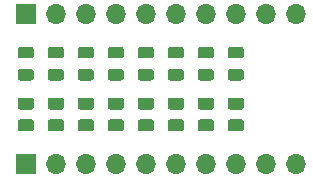
<source format=gbr>
G04 #@! TF.GenerationSoftware,KiCad,Pcbnew,(5.1.9-0-10_14)*
G04 #@! TF.CreationDate,2021-04-08T15:49:56-05:00*
G04 #@! TF.ProjectId,LED Helper,4c454420-4865-46c7-9065-722e6b696361,1*
G04 #@! TF.SameCoordinates,Original*
G04 #@! TF.FileFunction,Soldermask,Top*
G04 #@! TF.FilePolarity,Negative*
%FSLAX46Y46*%
G04 Gerber Fmt 4.6, Leading zero omitted, Abs format (unit mm)*
G04 Created by KiCad (PCBNEW (5.1.9-0-10_14)) date 2021-04-08 15:49:56*
%MOMM*%
%LPD*%
G01*
G04 APERTURE LIST*
%ADD10R,1.700000X1.700000*%
%ADD11O,1.700000X1.700000*%
G04 APERTURE END LIST*
G36*
G01*
X124916250Y-84404500D02*
X124003750Y-84404500D01*
G75*
G02*
X123760000Y-84160750I0J243750D01*
G01*
X123760000Y-83673250D01*
G75*
G02*
X124003750Y-83429500I243750J0D01*
G01*
X124916250Y-83429500D01*
G75*
G02*
X125160000Y-83673250I0J-243750D01*
G01*
X125160000Y-84160750D01*
G75*
G02*
X124916250Y-84404500I-243750J0D01*
G01*
G37*
G36*
G01*
X124916250Y-82529500D02*
X124003750Y-82529500D01*
G75*
G02*
X123760000Y-82285750I0J243750D01*
G01*
X123760000Y-81798250D01*
G75*
G02*
X124003750Y-81554500I243750J0D01*
G01*
X124916250Y-81554500D01*
G75*
G02*
X125160000Y-81798250I0J-243750D01*
G01*
X125160000Y-82285750D01*
G75*
G02*
X124916250Y-82529500I-243750J0D01*
G01*
G37*
G36*
G01*
X127456250Y-82529500D02*
X126543750Y-82529500D01*
G75*
G02*
X126300000Y-82285750I0J243750D01*
G01*
X126300000Y-81798250D01*
G75*
G02*
X126543750Y-81554500I243750J0D01*
G01*
X127456250Y-81554500D01*
G75*
G02*
X127700000Y-81798250I0J-243750D01*
G01*
X127700000Y-82285750D01*
G75*
G02*
X127456250Y-82529500I-243750J0D01*
G01*
G37*
G36*
G01*
X127456250Y-84404500D02*
X126543750Y-84404500D01*
G75*
G02*
X126300000Y-84160750I0J243750D01*
G01*
X126300000Y-83673250D01*
G75*
G02*
X126543750Y-83429500I243750J0D01*
G01*
X127456250Y-83429500D01*
G75*
G02*
X127700000Y-83673250I0J-243750D01*
G01*
X127700000Y-84160750D01*
G75*
G02*
X127456250Y-84404500I-243750J0D01*
G01*
G37*
G36*
G01*
X129996250Y-84404500D02*
X129083750Y-84404500D01*
G75*
G02*
X128840000Y-84160750I0J243750D01*
G01*
X128840000Y-83673250D01*
G75*
G02*
X129083750Y-83429500I243750J0D01*
G01*
X129996250Y-83429500D01*
G75*
G02*
X130240000Y-83673250I0J-243750D01*
G01*
X130240000Y-84160750D01*
G75*
G02*
X129996250Y-84404500I-243750J0D01*
G01*
G37*
G36*
G01*
X129996250Y-82529500D02*
X129083750Y-82529500D01*
G75*
G02*
X128840000Y-82285750I0J243750D01*
G01*
X128840000Y-81798250D01*
G75*
G02*
X129083750Y-81554500I243750J0D01*
G01*
X129996250Y-81554500D01*
G75*
G02*
X130240000Y-81798250I0J-243750D01*
G01*
X130240000Y-82285750D01*
G75*
G02*
X129996250Y-82529500I-243750J0D01*
G01*
G37*
G36*
G01*
X132536250Y-82529500D02*
X131623750Y-82529500D01*
G75*
G02*
X131380000Y-82285750I0J243750D01*
G01*
X131380000Y-81798250D01*
G75*
G02*
X131623750Y-81554500I243750J0D01*
G01*
X132536250Y-81554500D01*
G75*
G02*
X132780000Y-81798250I0J-243750D01*
G01*
X132780000Y-82285750D01*
G75*
G02*
X132536250Y-82529500I-243750J0D01*
G01*
G37*
G36*
G01*
X132536250Y-84404500D02*
X131623750Y-84404500D01*
G75*
G02*
X131380000Y-84160750I0J243750D01*
G01*
X131380000Y-83673250D01*
G75*
G02*
X131623750Y-83429500I243750J0D01*
G01*
X132536250Y-83429500D01*
G75*
G02*
X132780000Y-83673250I0J-243750D01*
G01*
X132780000Y-84160750D01*
G75*
G02*
X132536250Y-84404500I-243750J0D01*
G01*
G37*
G36*
G01*
X135076250Y-84404500D02*
X134163750Y-84404500D01*
G75*
G02*
X133920000Y-84160750I0J243750D01*
G01*
X133920000Y-83673250D01*
G75*
G02*
X134163750Y-83429500I243750J0D01*
G01*
X135076250Y-83429500D01*
G75*
G02*
X135320000Y-83673250I0J-243750D01*
G01*
X135320000Y-84160750D01*
G75*
G02*
X135076250Y-84404500I-243750J0D01*
G01*
G37*
G36*
G01*
X135076250Y-82529500D02*
X134163750Y-82529500D01*
G75*
G02*
X133920000Y-82285750I0J243750D01*
G01*
X133920000Y-81798250D01*
G75*
G02*
X134163750Y-81554500I243750J0D01*
G01*
X135076250Y-81554500D01*
G75*
G02*
X135320000Y-81798250I0J-243750D01*
G01*
X135320000Y-82285750D01*
G75*
G02*
X135076250Y-82529500I-243750J0D01*
G01*
G37*
G36*
G01*
X137616250Y-82529500D02*
X136703750Y-82529500D01*
G75*
G02*
X136460000Y-82285750I0J243750D01*
G01*
X136460000Y-81798250D01*
G75*
G02*
X136703750Y-81554500I243750J0D01*
G01*
X137616250Y-81554500D01*
G75*
G02*
X137860000Y-81798250I0J-243750D01*
G01*
X137860000Y-82285750D01*
G75*
G02*
X137616250Y-82529500I-243750J0D01*
G01*
G37*
G36*
G01*
X137616250Y-84404500D02*
X136703750Y-84404500D01*
G75*
G02*
X136460000Y-84160750I0J243750D01*
G01*
X136460000Y-83673250D01*
G75*
G02*
X136703750Y-83429500I243750J0D01*
G01*
X137616250Y-83429500D01*
G75*
G02*
X137860000Y-83673250I0J-243750D01*
G01*
X137860000Y-84160750D01*
G75*
G02*
X137616250Y-84404500I-243750J0D01*
G01*
G37*
G36*
G01*
X140156250Y-84404500D02*
X139243750Y-84404500D01*
G75*
G02*
X139000000Y-84160750I0J243750D01*
G01*
X139000000Y-83673250D01*
G75*
G02*
X139243750Y-83429500I243750J0D01*
G01*
X140156250Y-83429500D01*
G75*
G02*
X140400000Y-83673250I0J-243750D01*
G01*
X140400000Y-84160750D01*
G75*
G02*
X140156250Y-84404500I-243750J0D01*
G01*
G37*
G36*
G01*
X140156250Y-82529500D02*
X139243750Y-82529500D01*
G75*
G02*
X139000000Y-82285750I0J243750D01*
G01*
X139000000Y-81798250D01*
G75*
G02*
X139243750Y-81554500I243750J0D01*
G01*
X140156250Y-81554500D01*
G75*
G02*
X140400000Y-81798250I0J-243750D01*
G01*
X140400000Y-82285750D01*
G75*
G02*
X140156250Y-82529500I-243750J0D01*
G01*
G37*
G36*
G01*
X142696250Y-82529500D02*
X141783750Y-82529500D01*
G75*
G02*
X141540000Y-82285750I0J243750D01*
G01*
X141540000Y-81798250D01*
G75*
G02*
X141783750Y-81554500I243750J0D01*
G01*
X142696250Y-81554500D01*
G75*
G02*
X142940000Y-81798250I0J-243750D01*
G01*
X142940000Y-82285750D01*
G75*
G02*
X142696250Y-82529500I-243750J0D01*
G01*
G37*
G36*
G01*
X142696250Y-84404500D02*
X141783750Y-84404500D01*
G75*
G02*
X141540000Y-84160750I0J243750D01*
G01*
X141540000Y-83673250D01*
G75*
G02*
X141783750Y-83429500I243750J0D01*
G01*
X142696250Y-83429500D01*
G75*
G02*
X142940000Y-83673250I0J-243750D01*
G01*
X142940000Y-84160750D01*
G75*
G02*
X142696250Y-84404500I-243750J0D01*
G01*
G37*
D10*
X124460000Y-78740000D03*
D11*
X127000000Y-78740000D03*
X129540000Y-78740000D03*
X132080000Y-78740000D03*
X134620000Y-78740000D03*
X137160000Y-78740000D03*
X139700000Y-78740000D03*
X142240000Y-78740000D03*
X144780000Y-78740000D03*
X147320000Y-78740000D03*
X147320000Y-91440000D03*
X144780000Y-91440000D03*
X142240000Y-91440000D03*
X139700000Y-91440000D03*
X137160000Y-91440000D03*
X134620000Y-91440000D03*
X132080000Y-91440000D03*
X129540000Y-91440000D03*
X127000000Y-91440000D03*
D10*
X124460000Y-91440000D03*
G36*
G01*
X124009999Y-85847500D02*
X124910001Y-85847500D01*
G75*
G02*
X125160000Y-86097499I0J-249999D01*
G01*
X125160000Y-86622501D01*
G75*
G02*
X124910001Y-86872500I-249999J0D01*
G01*
X124009999Y-86872500D01*
G75*
G02*
X123760000Y-86622501I0J249999D01*
G01*
X123760000Y-86097499D01*
G75*
G02*
X124009999Y-85847500I249999J0D01*
G01*
G37*
G36*
G01*
X124009999Y-87672500D02*
X124910001Y-87672500D01*
G75*
G02*
X125160000Y-87922499I0J-249999D01*
G01*
X125160000Y-88447501D01*
G75*
G02*
X124910001Y-88697500I-249999J0D01*
G01*
X124009999Y-88697500D01*
G75*
G02*
X123760000Y-88447501I0J249999D01*
G01*
X123760000Y-87922499D01*
G75*
G02*
X124009999Y-87672500I249999J0D01*
G01*
G37*
G36*
G01*
X126549999Y-87672500D02*
X127450001Y-87672500D01*
G75*
G02*
X127700000Y-87922499I0J-249999D01*
G01*
X127700000Y-88447501D01*
G75*
G02*
X127450001Y-88697500I-249999J0D01*
G01*
X126549999Y-88697500D01*
G75*
G02*
X126300000Y-88447501I0J249999D01*
G01*
X126300000Y-87922499D01*
G75*
G02*
X126549999Y-87672500I249999J0D01*
G01*
G37*
G36*
G01*
X126549999Y-85847500D02*
X127450001Y-85847500D01*
G75*
G02*
X127700000Y-86097499I0J-249999D01*
G01*
X127700000Y-86622501D01*
G75*
G02*
X127450001Y-86872500I-249999J0D01*
G01*
X126549999Y-86872500D01*
G75*
G02*
X126300000Y-86622501I0J249999D01*
G01*
X126300000Y-86097499D01*
G75*
G02*
X126549999Y-85847500I249999J0D01*
G01*
G37*
G36*
G01*
X129089999Y-85847500D02*
X129990001Y-85847500D01*
G75*
G02*
X130240000Y-86097499I0J-249999D01*
G01*
X130240000Y-86622501D01*
G75*
G02*
X129990001Y-86872500I-249999J0D01*
G01*
X129089999Y-86872500D01*
G75*
G02*
X128840000Y-86622501I0J249999D01*
G01*
X128840000Y-86097499D01*
G75*
G02*
X129089999Y-85847500I249999J0D01*
G01*
G37*
G36*
G01*
X129089999Y-87672500D02*
X129990001Y-87672500D01*
G75*
G02*
X130240000Y-87922499I0J-249999D01*
G01*
X130240000Y-88447501D01*
G75*
G02*
X129990001Y-88697500I-249999J0D01*
G01*
X129089999Y-88697500D01*
G75*
G02*
X128840000Y-88447501I0J249999D01*
G01*
X128840000Y-87922499D01*
G75*
G02*
X129089999Y-87672500I249999J0D01*
G01*
G37*
G36*
G01*
X131629999Y-87672500D02*
X132530001Y-87672500D01*
G75*
G02*
X132780000Y-87922499I0J-249999D01*
G01*
X132780000Y-88447501D01*
G75*
G02*
X132530001Y-88697500I-249999J0D01*
G01*
X131629999Y-88697500D01*
G75*
G02*
X131380000Y-88447501I0J249999D01*
G01*
X131380000Y-87922499D01*
G75*
G02*
X131629999Y-87672500I249999J0D01*
G01*
G37*
G36*
G01*
X131629999Y-85847500D02*
X132530001Y-85847500D01*
G75*
G02*
X132780000Y-86097499I0J-249999D01*
G01*
X132780000Y-86622501D01*
G75*
G02*
X132530001Y-86872500I-249999J0D01*
G01*
X131629999Y-86872500D01*
G75*
G02*
X131380000Y-86622501I0J249999D01*
G01*
X131380000Y-86097499D01*
G75*
G02*
X131629999Y-85847500I249999J0D01*
G01*
G37*
G36*
G01*
X134169999Y-85847500D02*
X135070001Y-85847500D01*
G75*
G02*
X135320000Y-86097499I0J-249999D01*
G01*
X135320000Y-86622501D01*
G75*
G02*
X135070001Y-86872500I-249999J0D01*
G01*
X134169999Y-86872500D01*
G75*
G02*
X133920000Y-86622501I0J249999D01*
G01*
X133920000Y-86097499D01*
G75*
G02*
X134169999Y-85847500I249999J0D01*
G01*
G37*
G36*
G01*
X134169999Y-87672500D02*
X135070001Y-87672500D01*
G75*
G02*
X135320000Y-87922499I0J-249999D01*
G01*
X135320000Y-88447501D01*
G75*
G02*
X135070001Y-88697500I-249999J0D01*
G01*
X134169999Y-88697500D01*
G75*
G02*
X133920000Y-88447501I0J249999D01*
G01*
X133920000Y-87922499D01*
G75*
G02*
X134169999Y-87672500I249999J0D01*
G01*
G37*
G36*
G01*
X136709999Y-87672500D02*
X137610001Y-87672500D01*
G75*
G02*
X137860000Y-87922499I0J-249999D01*
G01*
X137860000Y-88447501D01*
G75*
G02*
X137610001Y-88697500I-249999J0D01*
G01*
X136709999Y-88697500D01*
G75*
G02*
X136460000Y-88447501I0J249999D01*
G01*
X136460000Y-87922499D01*
G75*
G02*
X136709999Y-87672500I249999J0D01*
G01*
G37*
G36*
G01*
X136709999Y-85847500D02*
X137610001Y-85847500D01*
G75*
G02*
X137860000Y-86097499I0J-249999D01*
G01*
X137860000Y-86622501D01*
G75*
G02*
X137610001Y-86872500I-249999J0D01*
G01*
X136709999Y-86872500D01*
G75*
G02*
X136460000Y-86622501I0J249999D01*
G01*
X136460000Y-86097499D01*
G75*
G02*
X136709999Y-85847500I249999J0D01*
G01*
G37*
G36*
G01*
X139249999Y-85847500D02*
X140150001Y-85847500D01*
G75*
G02*
X140400000Y-86097499I0J-249999D01*
G01*
X140400000Y-86622501D01*
G75*
G02*
X140150001Y-86872500I-249999J0D01*
G01*
X139249999Y-86872500D01*
G75*
G02*
X139000000Y-86622501I0J249999D01*
G01*
X139000000Y-86097499D01*
G75*
G02*
X139249999Y-85847500I249999J0D01*
G01*
G37*
G36*
G01*
X139249999Y-87672500D02*
X140150001Y-87672500D01*
G75*
G02*
X140400000Y-87922499I0J-249999D01*
G01*
X140400000Y-88447501D01*
G75*
G02*
X140150001Y-88697500I-249999J0D01*
G01*
X139249999Y-88697500D01*
G75*
G02*
X139000000Y-88447501I0J249999D01*
G01*
X139000000Y-87922499D01*
G75*
G02*
X139249999Y-87672500I249999J0D01*
G01*
G37*
G36*
G01*
X141789999Y-87672500D02*
X142690001Y-87672500D01*
G75*
G02*
X142940000Y-87922499I0J-249999D01*
G01*
X142940000Y-88447501D01*
G75*
G02*
X142690001Y-88697500I-249999J0D01*
G01*
X141789999Y-88697500D01*
G75*
G02*
X141540000Y-88447501I0J249999D01*
G01*
X141540000Y-87922499D01*
G75*
G02*
X141789999Y-87672500I249999J0D01*
G01*
G37*
G36*
G01*
X141789999Y-85847500D02*
X142690001Y-85847500D01*
G75*
G02*
X142940000Y-86097499I0J-249999D01*
G01*
X142940000Y-86622501D01*
G75*
G02*
X142690001Y-86872500I-249999J0D01*
G01*
X141789999Y-86872500D01*
G75*
G02*
X141540000Y-86622501I0J249999D01*
G01*
X141540000Y-86097499D01*
G75*
G02*
X141789999Y-85847500I249999J0D01*
G01*
G37*
M02*

</source>
